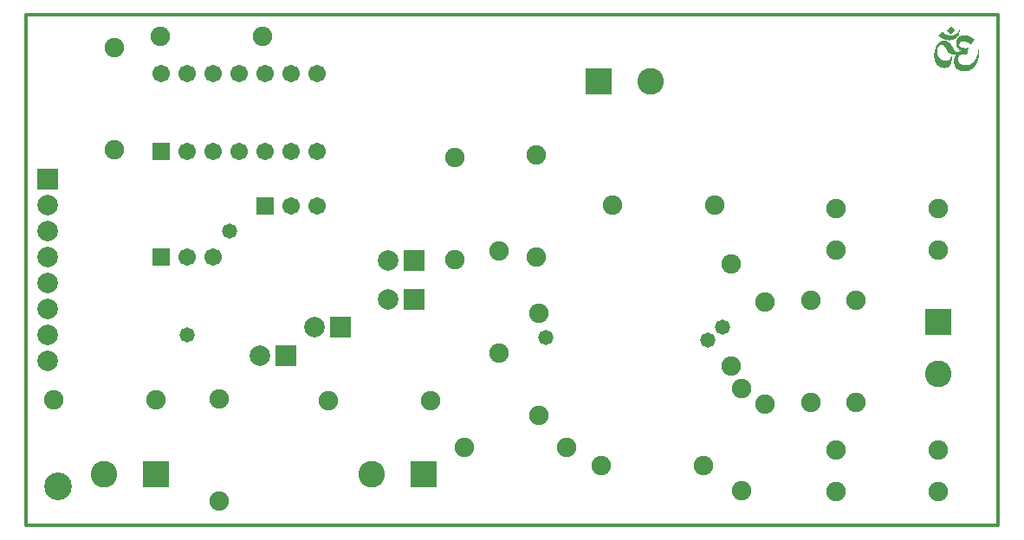
<source format=gbs>
G04 Layer_Color=16711935*
%FSLAX44Y44*%
%MOMM*%
G71*
G01*
G75*
%ADD17C,0.3000*%
%ADD40C,2.7032*%
%ADD41R,2.6032X2.6032*%
%ADD42C,2.6032*%
%ADD43C,2.0032*%
%ADD44R,2.0032X2.0032*%
%ADD45R,2.0032X2.0032*%
%ADD46C,1.7032*%
%ADD47R,1.7032X1.7032*%
%ADD48C,1.7032*%
%ADD49R,1.7032X1.7032*%
%ADD50R,2.6032X2.6032*%
%ADD51C,1.9032*%
%ADD52C,1.4732*%
G36*
X885533Y441557D02*
X886365Y441500D01*
X886961Y441440D01*
X887455Y441376D01*
X888239Y441248D01*
X889110Y441062D01*
X889681Y440911D01*
X890521Y440643D01*
X891159Y440396D01*
X891898Y440057D01*
X892759Y439592D01*
X893403Y439201D01*
X894037Y438789D01*
X894718Y438323D01*
X895271Y437849D01*
X892444Y432114D01*
X892403Y432144D01*
X892219Y432281D01*
X892014Y432432D01*
X891707Y432657D01*
X891376Y432895D01*
X891127Y433071D01*
X890749Y433330D01*
X890452Y433525D01*
X890173Y433702D01*
X889824Y433913D01*
X889201Y434260D01*
X888747Y434491D01*
X888191Y434747D01*
X887886Y434875D01*
X887118Y435158D01*
X886678Y435294D01*
X886083Y435445D01*
X885531Y435546D01*
X885126Y435594D01*
X884644Y435619D01*
X884441Y435619D01*
X884034Y435599D01*
X883427Y435518D01*
X883201Y435471D01*
X882952Y435409D01*
X882607Y435303D01*
X882245Y435162D01*
X881923Y435003D01*
X881643Y434825D01*
X881502Y434716D01*
X881211Y434431D01*
X880998Y434142D01*
X880846Y433874D01*
X880668Y433424D01*
X880600Y433154D01*
X880556Y432902D01*
X880532Y432671D01*
X880519Y432305D01*
X880567Y431812D01*
X880673Y431445D01*
X880852Y431114D01*
X881194Y430737D01*
X881454Y430523D01*
X881621Y430401D01*
X882008Y430148D01*
X882342Y429962D01*
X882616Y429828D01*
X883036Y429649D01*
X883541Y429474D01*
X883761Y429409D01*
X884356Y429266D01*
X884884Y429174D01*
X885265Y429126D01*
X885621Y429094D01*
X886030Y429072D01*
X886539Y429066D01*
X886996Y429086D01*
X887351Y429119D01*
X887804Y429184D01*
X888180Y429258D01*
X888700Y429388D01*
X888994Y429475D01*
X889430Y429622D01*
X889787Y429758D01*
X887559Y422209D01*
X887504Y422276D01*
X887385Y422400D01*
X887288Y422484D01*
X886924Y422716D01*
X886596Y422854D01*
X886112Y422985D01*
X885067Y423113D01*
X884538Y423123D01*
X884104Y423102D01*
X882997Y422923D01*
X882277Y422704D01*
X881574Y422402D01*
X880920Y422013D01*
X880473Y421656D01*
X880062Y421212D01*
X879801Y420819D01*
X879581Y420351D01*
X879403Y419764D01*
X879309Y419191D01*
X879278Y418649D01*
X879295Y418103D01*
X879350Y417607D01*
X879411Y417253D01*
X879491Y416905D01*
X879678Y416316D01*
X879811Y415993D01*
X880139Y415382D01*
X880467Y414927D01*
X880755Y414604D01*
X881072Y414305D01*
X881343Y414082D01*
X881776Y413777D01*
X882234Y413505D01*
X882551Y413341D01*
X882875Y413193D01*
X883287Y413028D01*
X883662Y412898D01*
X883998Y412797D01*
X884635Y412644D01*
X885150Y412554D01*
X885496Y412509D01*
X885930Y412468D01*
X886279Y412447D01*
X886629Y412437D01*
X887068Y412439D01*
X887552Y412457D01*
X887948Y412485D01*
X888386Y412532D01*
X888822Y412594D01*
X889255Y412674D01*
X889683Y412772D01*
X890105Y412887D01*
X890520Y413023D01*
X890846Y413145D01*
X891245Y413316D01*
X891556Y413469D01*
X892010Y413723D01*
X892376Y413957D01*
X892731Y414209D01*
X893007Y414424D01*
X893473Y414823D01*
X893917Y415250D01*
X894161Y415505D01*
X894796Y416241D01*
X895173Y416731D01*
X895628Y417381D01*
X896051Y418050D01*
X896338Y418543D01*
X896750Y419316D01*
X897342Y420580D01*
X897479Y420899D01*
X897863Y421861D01*
X898239Y422906D01*
X898471Y423637D01*
X898703Y424509D01*
X898904Y425550D01*
X899007Y426469D01*
X899046Y427418D01*
X899177Y427931D01*
X899308Y427587D01*
X899414Y427043D01*
X899480Y426668D01*
X899595Y425887D01*
X899684Y424791D01*
X899692Y424125D01*
X899659Y423161D01*
X899597Y422343D01*
X899483Y421347D01*
X899367Y420579D01*
X898978Y418695D01*
X898884Y418326D01*
X898581Y417268D01*
X898374Y416636D01*
X898089Y415853D01*
X897774Y415081D01*
X897570Y414624D01*
X897281Y414025D01*
X897077Y413633D01*
X896698Y412962D01*
X896410Y412497D01*
X896169Y412133D01*
X895789Y411604D01*
X895354Y411056D01*
X894747Y410380D01*
X894099Y409752D01*
X893372Y409143D01*
X892561Y408564D01*
X891665Y408028D01*
X890633Y407529D01*
X890052Y407296D01*
X889460Y407091D01*
X888959Y406939D01*
X888554Y406830D01*
X888043Y406708D01*
X887215Y406547D01*
X886536Y406443D01*
X886116Y406391D01*
X885275Y406323D01*
X884540Y406309D01*
X884174Y406320D01*
X883707Y406355D01*
X883243Y406415D01*
X882734Y406513D01*
X882432Y406587D01*
X881982Y406718D01*
X881440Y406909D01*
X880857Y407151D01*
X880426Y407353D01*
X880094Y407520D01*
X879812Y407671D01*
X879440Y407880D01*
X879119Y408072D01*
X878848Y408242D01*
X878584Y408420D01*
X878283Y408636D01*
X878075Y408797D01*
X877716Y409102D01*
X877452Y409353D01*
X877007Y409854D01*
X876736Y410230D01*
X876495Y410627D01*
X876216Y411185D01*
X875982Y411772D01*
X875773Y412431D01*
X875572Y413267D01*
X875439Y414008D01*
X875332Y414803D01*
X875274Y415437D01*
X875237Y416384D01*
X875254Y417115D01*
X875293Y417634D01*
X875362Y418201D01*
X875482Y418866D01*
X875659Y419575D01*
X875749Y419876D01*
X875915Y420373D01*
X875987Y420570D01*
X876100Y420864D01*
X876261Y421253D01*
X876477Y421731D01*
X876777Y422342D01*
X877018Y422805D01*
X877240Y423135D01*
X877025Y423084D01*
X876552Y422980D01*
X876208Y422910D01*
X875825Y422840D01*
X875375Y422778D01*
X874870Y422748D01*
X874503Y422767D01*
X873944Y422862D01*
X873568Y422938D01*
X872905Y423084D01*
X872409Y423222D01*
X872066Y423341D01*
X871603Y423550D01*
X870980Y423948D01*
X870637Y424224D01*
X870271Y424552D01*
X869957Y424865D01*
X869592Y425266D01*
X869309Y425608D01*
X869013Y426001D01*
X868704Y426445D01*
X868460Y426815D01*
X868275Y427105D01*
X868045Y427483D01*
X867825Y427867D01*
X867549Y428391D01*
X867330Y428833D01*
X867147Y429181D01*
X866920Y429559D01*
X866633Y429956D01*
X866447Y430186D01*
X866256Y430412D01*
X865932Y430787D01*
X865667Y431081D01*
X865424Y431324D01*
X864875Y431736D01*
X864252Y432034D01*
X863876Y432157D01*
X863296Y432272D01*
X862854Y432299D01*
X862460Y432275D01*
X862169Y432224D01*
X861385Y431929D01*
X861174Y431802D01*
X860894Y431600D01*
X860635Y431371D01*
X860398Y431119D01*
X860098Y430728D01*
X859795Y430221D01*
X859587Y429775D01*
X859398Y429266D01*
X859282Y428888D01*
X859159Y428410D01*
X859043Y427830D01*
X858980Y427392D01*
X858945Y427050D01*
X858914Y426461D01*
X858909Y426116D01*
X858911Y425870D01*
X858923Y425377D01*
X858948Y424885D01*
X858993Y424346D01*
X859078Y423712D01*
X859345Y422562D01*
X859775Y421405D01*
X859945Y421048D01*
X860179Y420612D01*
X860496Y420113D01*
X860790Y419719D01*
X861146Y419313D01*
X861388Y419068D01*
X861678Y418801D01*
X861828Y418672D01*
X862057Y418484D01*
X862450Y418183D01*
X862933Y417838D01*
X863263Y417621D01*
X863816Y417302D01*
X864447Y417024D01*
X865398Y416762D01*
X865933Y416690D01*
X866670Y416660D01*
X867609Y416696D01*
X868249Y416757D01*
X868728Y416858D01*
X869143Y417007D01*
X869545Y417197D01*
X869852Y417359D01*
X870280Y417607D01*
X870604Y417830D01*
X870939Y418118D01*
X871324Y418570D01*
X871629Y419078D01*
X871825Y419528D01*
X872015Y420037D01*
X872162Y420507D01*
X872224Y420942D01*
X872218Y421535D01*
X872223Y422157D01*
X872367Y422314D01*
X872517Y422302D01*
X872671Y422133D01*
X872810Y421819D01*
X872918Y421517D01*
X873090Y420801D01*
X873138Y420444D01*
X873171Y420040D01*
X873188Y419483D01*
X873178Y418950D01*
X873148Y418410D01*
X873096Y417789D01*
X872970Y416675D01*
X872985Y416783D01*
X872965Y416629D01*
X872970Y416675D01*
X872921Y416323D01*
X872816Y415717D01*
X872684Y415122D01*
X872494Y414471D01*
X872337Y414048D01*
X872086Y413503D01*
X871863Y413108D01*
X871613Y412728D01*
X871431Y412482D01*
X871033Y412015D01*
X870652Y411633D01*
X869613Y410824D01*
X869090Y410490D01*
X868661Y410303D01*
X868304Y410151D01*
X867572Y409907D01*
X867199Y409815D01*
X866747Y409733D01*
X865988Y409666D01*
X865609Y409668D01*
X865155Y409699D01*
X864629Y409776D01*
X864183Y409873D01*
X863888Y409952D01*
X863522Y410067D01*
X863090Y410225D01*
X862664Y410403D01*
X860922Y411370D01*
X860364Y411774D01*
X859949Y412111D01*
X859278Y412734D01*
X859015Y413009D01*
X858567Y413529D01*
X858425Y413708D01*
X858024Y414264D01*
X857776Y414648D01*
X857506Y415109D01*
X857362Y415378D01*
X857225Y415650D01*
X857063Y415996D01*
X856913Y416346D01*
X856748Y416772D01*
X856575Y417276D01*
X856445Y417713D01*
X856329Y418154D01*
X856229Y418599D01*
X856143Y419047D01*
X856070Y419496D01*
X856011Y419948D01*
X855952Y420552D01*
X855921Y421007D01*
X855902Y421462D01*
X855895Y421766D01*
X855893Y422070D01*
X855899Y422526D01*
X855913Y422982D01*
X855937Y423438D01*
X855982Y424046D01*
X856025Y424501D01*
X856066Y424879D01*
X856103Y425181D01*
X856144Y425483D01*
X856189Y425784D01*
X856263Y426233D01*
X856332Y426607D01*
X856458Y427201D01*
X856565Y427644D01*
X856642Y427937D01*
X856724Y428230D01*
X856905Y428810D01*
X857056Y429240D01*
X857249Y429736D01*
X857430Y430155D01*
X857625Y430566D01*
X857910Y431102D01*
X858101Y431429D01*
X858513Y432066D01*
X858822Y432500D01*
X859099Y432863D01*
X859340Y433158D01*
X859643Y433498D01*
X859909Y433767D01*
X860188Y434022D01*
X860481Y434262D01*
X860783Y434491D01*
X861094Y434710D01*
X861411Y434922D01*
X861797Y435168D01*
X862058Y435327D01*
X862321Y435480D01*
X862724Y435693D01*
X863209Y435908D01*
X863566Y436034D01*
X864006Y436154D01*
X864380Y436228D01*
X864607Y436262D01*
X864835Y436287D01*
X865141Y436309D01*
X865602Y436317D01*
X865908Y436306D01*
X866441Y436258D01*
X866892Y436188D01*
X867486Y436055D01*
X867925Y435929D01*
X868357Y435782D01*
X868784Y435614D01*
X869134Y435459D01*
X869547Y435257D01*
X870139Y434911D01*
X870510Y434649D01*
X870856Y434358D01*
X871125Y434095D01*
X871429Y433759D01*
X871624Y433526D01*
X871815Y433289D01*
X872099Y432928D01*
X872288Y432688D01*
X872578Y432332D01*
X872823Y432040D01*
X873109Y431686D01*
X873369Y431317D01*
X873595Y430927D01*
X873765Y430589D01*
X873922Y430244D01*
X874043Y429963D01*
X874162Y429682D01*
X874282Y429400D01*
X874374Y429190D01*
X874537Y428843D01*
X874639Y428638D01*
X874783Y428369D01*
X874974Y428040D01*
X875177Y427721D01*
X875441Y427353D01*
X875628Y427117D01*
X875923Y426774D01*
X876232Y426440D01*
X876550Y426108D01*
X876766Y425886D01*
X877046Y425620D01*
X877283Y425431D01*
X877608Y425244D01*
X877893Y425145D01*
X878117Y425100D01*
X878425Y425072D01*
X878580Y425072D01*
X878811Y425087D01*
X879037Y425122D01*
X879258Y425178D01*
X879537Y425290D01*
X879865Y425477D01*
X880121Y425644D01*
X880511Y425887D01*
X880779Y426031D01*
X881196Y426210D01*
X881705Y426356D01*
X882291Y426530D01*
X881797Y426796D01*
X881065Y427234D01*
X880440Y427704D01*
X879810Y428323D01*
X879260Y428982D01*
X878794Y429623D01*
X878302Y430438D01*
X877942Y431241D01*
X877694Y432055D01*
X877504Y433160D01*
X877446Y434090D01*
X877459Y434922D01*
X877607Y436200D01*
X877859Y437148D01*
X878212Y437959D01*
X878700Y438742D01*
X879464Y439613D01*
X880232Y440245D01*
X881023Y440729D01*
X881805Y441080D01*
X882461Y441290D01*
X883228Y441452D01*
X883879Y441532D01*
X884869Y441572D01*
X885533Y441557D01*
D02*
G37*
G36*
X880940Y447290D02*
Y445740D01*
X880490Y443840D01*
X879790Y442240D01*
X878940Y441040D01*
X877940Y439790D01*
X877040Y438990D01*
X876140Y438240D01*
X875440Y437790D01*
X874390Y437340D01*
X873290Y436990D01*
X872040Y436790D01*
X871140Y436740D01*
X870040Y436790D01*
X868740Y436940D01*
X866990Y437340D01*
X864990Y438040D01*
X863290Y438840D01*
X862190Y439540D01*
X860640Y440790D01*
X860040Y441340D01*
X863740Y445740D01*
X864290Y445090D01*
X864940Y444390D01*
X865940Y443590D01*
X866740Y443040D01*
X867590Y442540D01*
X868790Y441890D01*
X869940Y441540D01*
X870840Y441340D01*
X872640D01*
X873590Y441490D01*
X874640Y441740D01*
X875640Y442090D01*
X876490Y442490D01*
X877190Y442940D01*
X877890Y443540D01*
X878440Y444140D01*
X879090Y444940D01*
X879690Y445840D01*
X880140Y446640D01*
X880390Y447390D01*
X880690Y448190D01*
X880940Y447290D01*
D02*
G37*
G36*
X876290Y446340D02*
X872390Y442440D01*
X868440Y446390D01*
X872590Y450540D01*
X876290Y446340D01*
D02*
G37*
D17*
X-31750Y-38100D02*
X918250D01*
X-31750D02*
Y461900D01*
X918250Y-38100D02*
Y461900D01*
X-31750D02*
X918250D01*
D40*
X0Y0D02*
D03*
D41*
X95250Y11900D02*
D03*
X356870D02*
D03*
X528320Y396240D02*
D03*
D42*
X44450Y11900D02*
D03*
X306070D02*
D03*
X579120Y396240D02*
D03*
X859790Y110490D02*
D03*
D43*
X-10160Y123190D02*
D03*
Y148590D02*
D03*
Y173990D02*
D03*
Y199390D02*
D03*
Y224790D02*
D03*
Y250190D02*
D03*
Y275590D02*
D03*
X196850Y128270D02*
D03*
X250190Y156210D02*
D03*
X322580Y220980D02*
D03*
Y182880D02*
D03*
D44*
X-10160Y300990D02*
D03*
D45*
X222250Y128270D02*
D03*
X275590Y156210D02*
D03*
X347980Y220980D02*
D03*
Y182880D02*
D03*
D46*
X151130Y224790D02*
D03*
X125730D02*
D03*
X252730Y274320D02*
D03*
X227330D02*
D03*
D47*
X100330Y224790D02*
D03*
X201930Y274320D02*
D03*
D48*
X252730Y403860D02*
D03*
X227330D02*
D03*
X201930D02*
D03*
X176530D02*
D03*
X151130D02*
D03*
X125730D02*
D03*
X100330D02*
D03*
X252730Y327660D02*
D03*
X227330D02*
D03*
X201930D02*
D03*
X176530D02*
D03*
X151130D02*
D03*
X125730D02*
D03*
D49*
X100330D02*
D03*
D50*
X859790Y161290D02*
D03*
D51*
X54610Y429730D02*
D03*
Y329730D02*
D03*
X387350Y321780D02*
D03*
Y221780D02*
D03*
X199860Y440690D02*
D03*
X99860D02*
D03*
X668020Y-4280D02*
D03*
Y95720D02*
D03*
X263690Y83820D02*
D03*
X363690D02*
D03*
X397040Y38100D02*
D03*
X497040D02*
D03*
X-4280Y85090D02*
D03*
X95720D02*
D03*
X469900Y69380D02*
D03*
Y169380D02*
D03*
X430530Y230340D02*
D03*
Y130340D02*
D03*
X467360Y324320D02*
D03*
Y224320D02*
D03*
X690880Y80810D02*
D03*
Y180810D02*
D03*
X657860Y217640D02*
D03*
Y117640D02*
D03*
X157480Y85560D02*
D03*
Y-14440D02*
D03*
X735330Y182080D02*
D03*
Y82080D02*
D03*
X779780D02*
D03*
Y182080D02*
D03*
X760260Y271780D02*
D03*
X860260D02*
D03*
X760260Y231140D02*
D03*
X860260D02*
D03*
X760260Y-5080D02*
D03*
X860260D02*
D03*
X760260Y35560D02*
D03*
X860260D02*
D03*
X630390Y20320D02*
D03*
X530390D02*
D03*
X641820Y275590D02*
D03*
X541820D02*
D03*
D52*
X125730Y148590D02*
D03*
X476250Y146050D02*
D03*
X635000Y143510D02*
D03*
X648970Y156210D02*
D03*
X167640Y250190D02*
D03*
M02*

</source>
